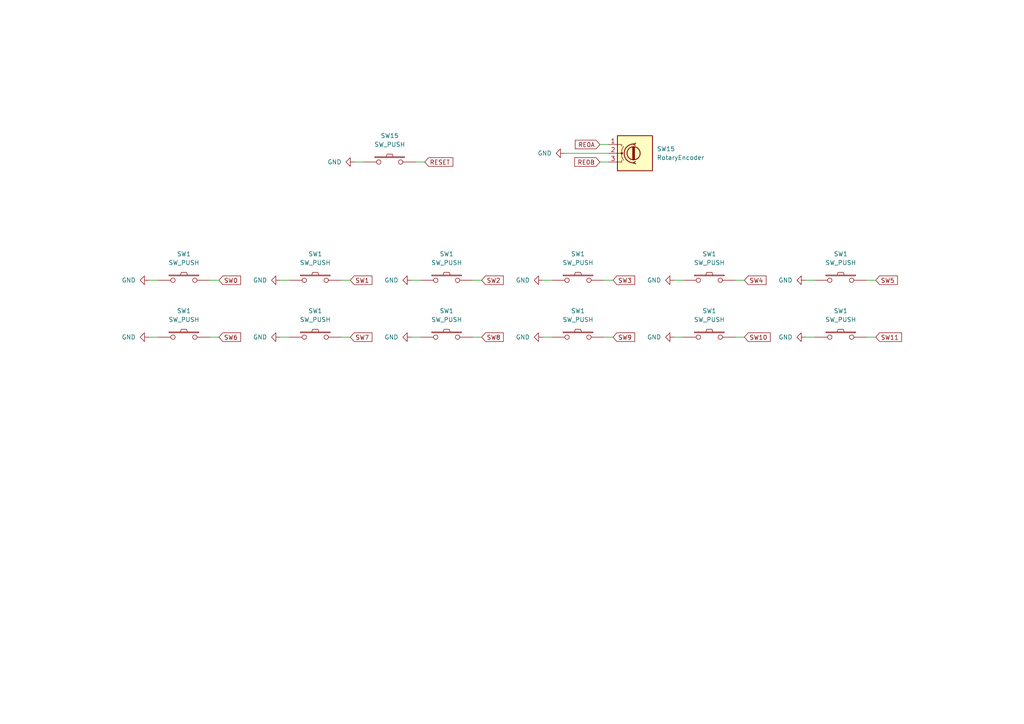
<source format=kicad_sch>
(kicad_sch (version 20230121) (generator eeschema)
  (paper "A4")
  (lib_symbols
    (symbol "Device:RotaryEncoder" (pin_names (offset 0.254) hide)
      (property "Reference" "SW15" (at 6.35 1.27 0))
      (property "Value" "RotaryEncoder" (at 6.35 -1.27 0))
      (symbol "RotaryEncoder_0_1"
        (rectangle (start -5.08 5.08) (end 5.08 -5.08) (stroke (width 0.254)) (fill (type background)))
        (circle (center -3.81 0) (radius 0.254) (fill (type outline)))
        (circle (center -0.381 0) (radius 1.905) (stroke (width 0.254)))
        (arc (start -0.381 2.667) (mid -3.0988 -0.0635) (end -0.381 -2.794) (stroke (width 0.254)))
        (polyline (pts (xy -0.635 -1.778) (xy -0.635 1.778)) (stroke (width 0.254)))
        (polyline (pts (xy -0.381 -1.778) (xy -0.381 1.778)) (stroke (width 0.254)))
        (polyline (pts (xy -0.127 1.778) (xy -0.127 -1.778)) (stroke (width 0.254)))
        (polyline (pts (xy -5.08 -2.54) (xy -3.81 -2.54) (xy -3.81 -2.032)))
        (polyline (pts (xy -5.08 2.54) (xy -3.81 2.54) (xy -3.81 2.032)))
        (polyline (pts (xy 0.254 -3.048) (xy -0.508 -2.794) (xy 0.127 -2.413)) (stroke (width 0.254)))
        (polyline (pts (xy 0.254 2.921) (xy -0.508 2.667) (xy 0.127 2.286)) (stroke (width 0.254)))
        (polyline (pts (xy -5.08 0) (xy -3.81 0) (xy -3.81 -1.016) (xy -3.302 -2.032)))
        (polyline (pts (xy -4.318 0) (xy -3.81 0) (xy -3.81 1.016) (xy -3.302 2.032)))
      )
      (symbol "RotaryEncoder_1_1"
        (pin passive line (at -7.62 2.54 0) (length 2.54) (name "A") (number "1"))
        (pin passive line (at -7.62 0 0) (length 2.54) (name "2") (number "2"))
        (pin passive line (at -7.62 -2.54 0) (length 2.54) (name "3") (number "3"))
      )
    )
    (symbol "kbd:SW_PUSH" (pin_numbers hide) (pin_names (offset 1.016) hide)
      (property "Reference" "SW" (at 3.81 2.794 0))
      (property "Value" "SW_PUSH" (at 0 -2.032 0))
      (symbol "SW_PUSH_0_1"
        (rectangle (start -4.318 1.27) (end 4.318 1.524))
        (polyline (pts (xy -1.016 1.524) (xy -0.762 2.286) (xy 0.762 2.286) (xy 1.016 1.524)))
        (pin passive inverted (at -7.62 0 0) (length 5.08) (name "1") (number "1"))
        (pin passive inverted (at 7.62 0 180) (length 5.08) (name "2") (number "2"))
      )
    )
    (symbol "power:GND" (power) (pin_names (offset 0))
      (property "Value" "GND" (at 0 -3.81 0))
      (symbol "GND_0_1"
        (polyline (pts (xy 0 0) (xy 0 -1.27) (xy 1.27 -1.27) (xy 0 -2.54) (xy -1.27 -1.27) (xy 0 -1.27)))
      )
      (symbol "GND_1_1"
        (pin power_in line (at 0 0 270) (length 0) hide (name "GND") (number "1"))
      )
    )
  )
  (wire (pts (xy 175.26 97.79) (xy 177.8 97.79)))
  (wire (pts (xy 173.99 46.99) (xy 176.53 46.99)))
  (wire (pts (xy 43.18 81.28) (xy 45.72 81.28)))
  (wire (pts (xy 137.16 81.28) (xy 139.7 81.28)))
  (wire (pts (xy 102.87 46.99) (xy 105.41 46.99)))
  (wire (pts (xy 233.68 97.79) (xy 236.22 97.79)))
  (wire (pts (xy 43.18 97.79) (xy 45.72 97.79)))
  (wire (pts (xy 99.06 81.28) (xy 101.6 81.28)))
  (wire (pts (xy 195.58 97.79) (xy 198.12 97.79)))
  (wire (pts (xy 60.96 81.28) (xy 63.5 81.28)))
  (wire (pts (xy 213.36 81.28) (xy 215.9 81.28)))
  (wire (pts (xy 251.46 97.79) (xy 254 97.79)))
  (wire (pts (xy 137.16 97.79) (xy 139.7 97.79)))
  (wire (pts (xy 195.58 81.28) (xy 198.12 81.28)))
  (wire (pts (xy 233.68 81.28) (xy 236.22 81.28)))
  (wire (pts (xy 81.28 97.79) (xy 83.82 97.79)))
  (wire (pts (xy 119.38 97.79) (xy 121.92 97.79)))
  (wire (pts (xy 60.96 97.79) (xy 63.5 97.79)))
  (wire (pts (xy 163.83 44.45) (xy 176.53 44.45)))
  (wire (pts (xy 175.26 81.28) (xy 177.8 81.28)))
  (wire (pts (xy 213.36 97.79) (xy 215.9 97.79)))
  (wire (pts (xy 81.28 81.28) (xy 83.82 81.28)))
  (wire (pts (xy 120.65 46.99) (xy 123.19 46.99)))
  (wire (pts (xy 251.46 81.28) (xy 254 81.28)))
  (wire (pts (xy 99.06 97.79) (xy 101.6 97.79)))
  (wire (pts (xy 173.99 41.91) (xy 176.53 41.91)))
  (wire (pts (xy 157.48 81.28) (xy 160.02 81.28)))
  (wire (pts (xy 119.38 81.28) (xy 121.92 81.28)))
  (wire (pts (xy 157.48 97.79) (xy 160.02 97.79)))
  (global_label "SW7" (shape input) (at 101.6 97.79 0) (property "Intersheetrefs" "${INTERSHEET_REFS}" (effects hide)))
  (global_label "RESET" (shape input) (at 123.19 46.99 0) (property "Intersheetrefs" "${INTERSHEET_REFS}" (effects hide)))
  (global_label "RE0B" (shape input) (at 173.99 46.99 180) (property "Intersheetrefs" "${INTERSHEET_REFS}" (effects hide)))
  (global_label "SW10" (shape input) (at 215.9 97.79 0) (property "Intersheetrefs" "${INTERSHEET_REFS}" (effects hide)))
  (global_label "RE0A" (shape input) (at 173.99 41.91 180) (property "Intersheetrefs" "${INTERSHEET_REFS}" (effects hide)))
  (global_label "SW0" (shape input) (at 63.5 81.28 0) (property "Intersheetrefs" "${INTERSHEET_REFS}" (effects hide)))
  (global_label "SW3" (shape input) (at 177.8 81.28 0) (property "Intersheetrefs" "${INTERSHEET_REFS}" (effects hide)))
  (global_label "SW5" (shape input) (at 254 81.28 0) (property "Intersheetrefs" "${INTERSHEET_REFS}" (effects hide)))
  (global_label "SW9" (shape input) (at 177.8 97.79 0) (property "Intersheetrefs" "${INTERSHEET_REFS}" (effects hide)))
  (global_label "SW4" (shape input) (at 215.9 81.28 0) (property "Intersheetrefs" "${INTERSHEET_REFS}" (effects hide)))
  (global_label "SW2" (shape input) (at 139.7 81.28 0) (property "Intersheetrefs" "${INTERSHEET_REFS}" (effects hide)))
  (global_label "SW11" (shape input) (at 254 97.79 0) (property "Intersheetrefs" "${INTERSHEET_REFS}" (effects hide)))
  (global_label "SW8" (shape input) (at 139.7 97.79 0) (property "Intersheetrefs" "${INTERSHEET_REFS}" (effects hide)))
  (global_label "SW6" (shape input) (at 63.5 97.79 0) (property "Intersheetrefs" "${INTERSHEET_REFS}" (effects hide)))
  (global_label "SW1" (shape input) (at 101.6 81.28 0) (property "Intersheetrefs" "${INTERSHEET_REFS}" (effects hide)))
  (symbol (lib_id "power:GND") (at 81.28 81.28 270) (unit 1)
    (property "Reference" "#PWR020" (effects hide))
    (property "Value" "GND" (at 77.47 81.28 90) (effects (justify right)))
    (instances (project "Chip_Sencor2" (path "" (reference "#PWR020") (unit 1)) (path "" (reference "#PWR02") (unit 1))))
  )
  (symbol (lib_id "power:GND") (at 157.48 97.79 270) (unit 1)
    (property "Reference" "#PWR020" (effects hide))
    (property "Value" "GND" (at 153.67 97.79 90) (effects (justify right)))
    (instances (project "Chip_Sencor2" (path "" (reference "#PWR020") (unit 1)) (path "" (reference "#PWR031") (unit 1))))
  )
  (symbol (lib_id "power:GND") (at 233.68 81.28 270) (unit 1)
    (property "Reference" "#PWR020" (effects hide))
    (property "Value" "GND" (at 229.87 81.28 90) (effects (justify right)))
    (instances (project "Chip_Sencor2" (path "" (reference "#PWR020") (unit 1)) (path "" (reference "#PWR027") (unit 1))))
  )
  (symbol (lib_id "power:GND") (at 102.87 46.99 270) (unit 1)
    (property "Reference" "#PWR020" (effects hide))
    (property "Value" "GND" (at 99.06 46.99 90) (effects (justify right)))
    (instances (project "Chip_Sencor2" (path "" (reference "#PWR020") (unit 1)) (path "" (reference "#PWR05") (unit 1))))
  )
  (symbol (lib_id "power:GND") (at 43.18 97.79 270) (unit 1)
    (property "Reference" "#PWR020" (effects hide))
    (property "Value" "GND" (at 39.37 97.79 90) (effects (justify right)))
    (instances (project "Chip_Sencor2" (path "" (reference "#PWR020") (unit 1)) (path "" (reference "#PWR028") (unit 1))))
  )
  (symbol (lib_id "power:GND") (at 119.38 97.79 270) (unit 1)
    (property "Reference" "#PWR020" (effects hide))
    (property "Value" "GND" (at 115.57 97.79 90) (effects (justify right)))
    (instances (project "Chip_Sencor2" (path "" (reference "#PWR020") (unit 1)) (path "" (reference "#PWR030") (unit 1))))
  )
  (symbol (lib_id "power:GND") (at 195.58 97.79 270) (unit 1)
    (property "Reference" "#PWR020" (effects hide))
    (property "Value" "GND" (at 191.77 97.79 90) (effects (justify right)))
    (instances (project "Chip_Sencor2" (path "" (reference "#PWR020") (unit 1)) (path "" (reference "#PWR032") (unit 1))))
  )
  (symbol (lib_id "kbd:SW_PUSH") (at 91.44 81.28 0) (unit 1)
    (property "Reference" "SW1" (at 91.44 73.66 0))
    (property "Value" "SW_PUSH" (at 91.44 76.2 0))
    (property "Footprint" "0:SW-TH_L6.2-W6.2-P5.00" (effects hide))
    (property "LCSC" "C400268" (effects hide))
  )
  (symbol (lib_id "kbd:SW_PUSH") (at 167.64 97.79 0) (unit 1)
    (property "Reference" "SW1" (at 167.64 90.17 0))
    (property "Value" "SW_PUSH" (at 167.64 92.71 0))
    (property "Footprint" "0:SW-TH_L6.2-W6.2-P5.00" (effects hide))
    (property "LCSC" "C400268" (effects hide))
    (instances (project "Chip_Sencor2" (path "" (reference "SW1") (unit 1)) (path "" (reference "SW9") (unit 1))))
  )
  (symbol (lib_id "power:GND") (at 233.68 97.79 270) (unit 1)
    (property "Reference" "#PWR020" (effects hide))
    (property "Value" "GND" (at 229.87 97.79 90) (effects (justify right)))
    (instances (project "Chip_Sencor2" (path "" (reference "#PWR020") (unit 1)) (path "" (reference "#PWR033") (unit 1))))
  )
  (symbol (lib_id "kbd:SW_PUSH") (at 129.54 81.28 0) (unit 1)
    (property "Reference" "SW1" (at 129.54 73.66 0))
    (property "Value" "SW_PUSH" (at 129.54 76.2 0))
    (property "Footprint" "0:SW-TH_L6.2-W6.2-P5.00" (effects hide))
    (property "LCSC" "C400268" (effects hide))
    (instances (project "Chip_Sencor2" (path "" (reference "SW1") (unit 1)) (path "" (reference "SW2") (unit 1))))
  )
  (symbol (lib_id "power:GND") (at 157.48 81.28 270) (unit 1)
    (property "Reference" "#PWR020" (effects hide))
    (property "Value" "GND" (at 153.67 81.28 90) (effects (justify right)))
    (instances (project "Chip_Sencor2" (path "" (reference "#PWR020") (unit 1)) (path "" (reference "#PWR06") (unit 1))))
  )
  (symbol (lib_id "Device:RotaryEncoder") (at 184.15 44.45 0) (unit 1)
    (property "Reference" "SW15" (at 190.5 43.18 0) (effects (justify left)))
    (property "Value" "RotaryEncoder" (at 190.5 45.72 0) (effects (justify left)))
    (property "Footprint" "0:SW-TH_CEN971112R02" (effects hide))
  )
  (symbol (lib_id "power:GND") (at 195.58 81.28 270) (unit 1)
    (property "Reference" "#PWR020" (effects hide))
    (property "Value" "GND" (at 191.77 81.28 90) (effects (justify right)))
    (instances (project "Chip_Sencor2" (path "" (reference "#PWR020") (unit 1)) (path "" (reference "#PWR07") (unit 1))))
  )
  (symbol (lib_id "power:GND") (at 43.18 81.28 270) (unit 1)
    (property "Reference" "#PWR020" (effects hide))
    (property "Value" "GND" (at 39.37 81.28 90) (effects (justify right)))
    (instances (project "Chip_Sencor2" (path "" (reference "#PWR020") (unit 1)) (path "" (reference "#PWR01") (unit 1))))
  )
  (symbol (lib_id "power:GND") (at 119.38 81.28 270) (unit 1)
    (property "Reference" "#PWR020" (effects hide))
    (property "Value" "GND" (at 115.57 81.28 90) (effects (justify right)))
    (instances (project "Chip_Sencor2" (path "" (reference "#PWR020") (unit 1)) (path "" (reference "#PWR03") (unit 1))))
  )
  (symbol (lib_id "kbd:SW_PUSH") (at 113.03 46.99 0) (unit 1)
    (property "Reference" "SW15" (at 113.03 39.37 0))
    (property "Value" "SW_PUSH" (at 113.03 41.91 0))
    (property "Footprint" "0:Reset SW" (effects hide))
    (property "LCSC" "C329185" (effects hide))
    (instances (project "Chip_Sencor2" (path "" (reference "SW15") (unit 1)) (path "" (reference "RESET1") (unit 1))))
  )
  (symbol (lib_id "kbd:SW_PUSH") (at 243.84 97.79 0) (unit 1)
    (property "Reference" "SW1" (at 243.84 90.17 0))
    (property "Value" "SW_PUSH" (at 243.84 92.71 0))
    (property "Footprint" "0:SW-TH_L6.2-W6.2-P5.00" (effects hide))
    (property "LCSC" "C400268" (effects hide))
    (instances (project "Chip_Sencor2" (path "" (reference "SW1") (unit 1)) (path "" (reference "SW11") (unit 1))))
  )
  (symbol (lib_id "kbd:SW_PUSH") (at 205.74 97.79 0) (unit 1)
    (property "Reference" "SW1" (at 205.74 90.17 0))
    (property "Value" "SW_PUSH" (at 205.74 92.71 0))
    (property "Footprint" "0:SW-TH_L6.2-W6.2-P5.00" (effects hide))
    (property "LCSC" "C400268" (effects hide))
    (instances (project "Chip_Sencor2" (path "" (reference "SW1") (unit 1)) (path "" (reference "SW10") (unit 1))))
  )
  (symbol (lib_id "power:GND") (at 81.28 97.79 270) (unit 1)
    (property "Reference" "#PWR020" (effects hide))
    (property "Value" "GND" (at 77.47 97.79 90) (effects (justify right)))
    (instances (project "Chip_Sencor2" (path "" (reference "#PWR020") (unit 1)) (path "" (reference "#PWR029") (unit 1))))
  )
  (symbol (lib_id "kbd:SW_PUSH") (at 53.34 81.28 0) (unit 1)
    (property "Reference" "SW1" (at 53.34 73.66 0))
    (property "Value" "SW_PUSH" (at 53.34 76.2 0))
    (property "Footprint" "0:SW-TH_L6.2-W6.2-P5.00" (effects hide))
    (property "LCSC" "C400268" (effects hide))
    (instances (project "Chip_Sencor2" (path "" (reference "SW1") (unit 1)) (path "" (reference "SW0") (unit 1))))
  )
  (symbol (lib_id "kbd:SW_PUSH") (at 129.54 97.79 0) (unit 1)
    (property "Reference" "SW1" (at 129.54 90.17 0))
    (property "Value" "SW_PUSH" (at 129.54 92.71 0))
    (property "Footprint" "0:SW-TH_L6.2-W6.2-P5.00" (effects hide))
    (property "LCSC" "C400268" (effects hide))
    (instances (project "Chip_Sencor2" (path "" (reference "SW1") (unit 1)) (path "" (reference "SW8") (unit 1))))
  )
  (symbol (lib_id "kbd:SW_PUSH") (at 91.44 97.79 0) (unit 1)
    (property "Reference" "SW1" (at 91.44 90.17 0))
    (property "Value" "SW_PUSH" (at 91.44 92.71 0))
    (property "Footprint" "0:SW-TH_L6.2-W6.2-P5.00" (effects hide))
    (property "LCSC" "C400268" (effects hide))
    (instances (project "Chip_Sencor2" (path "" (reference "SW1") (unit 1)) (path "" (reference "SW7") (unit 1))))
  )
  (symbol (lib_id "power:GND") (at 163.83 44.45 270) (unit 1)
    (property "Reference" "#PWR020" (effects hide))
    (property "Value" "GND" (at 160.02 44.45 90) (effects (justify right)))
    (instances (project "Chip_Sencor2" (path "" (reference "#PWR020") (unit 1)) (path "" (reference "#PWR04") (unit 1))))
  )
  (symbol (lib_id "kbd:SW_PUSH") (at 205.74 81.28 0) (unit 1)
    (property "Reference" "SW1" (at 205.74 73.66 0))
    (property "Value" "SW_PUSH" (at 205.74 76.2 0))
    (property "Footprint" "0:SW-TH_L6.2-W6.2-P5.00" (effects hide))
    (property "LCSC" "C400268" (effects hide))
    (instances (project "Chip_Sencor2" (path "" (reference "SW1") (unit 1)) (path "" (reference "SW4") (unit 1))))
  )
  (symbol (lib_id "kbd:SW_PUSH") (at 243.84 81.28 0) (unit 1)
    (property "Reference" "SW1" (at 243.84 73.66 0))
    (property "Value" "SW_PUSH" (at 243.84 76.2 0))
    (property "Footprint" "0:SW-TH_L6.2-W6.2-P5.00" (effects hide))
    (property "LCSC" "C400268" (effects hide))
    (instances (project "Chip_Sencor2" (path "" (reference "SW1") (unit 1)) (path "" (reference "SW5") (unit 1))))
  )
  (symbol (lib_id "kbd:SW_PUSH") (at 167.64 81.28 0) (unit 1)
    (property "Reference" "SW1" (at 167.64 73.66 0))
    (property "Value" "SW_PUSH" (at 167.64 76.2 0))
    (property "Footprint" "0:SW-TH_L6.2-W6.2-P5.00" (effects hide))
    (property "LCSC" "C400268" (effects hide))
    (instances (project "Chip_Sencor2" (path "" (reference "SW1") (unit 1)) (path "" (reference "SW3") (unit 1))))
  )
  (symbol (lib_id "kbd:SW_PUSH") (at 53.34 97.79 0) (unit 1)
    (property "Reference" "SW1" (at 53.34 90.17 0))
    (property "Value" "SW_PUSH" (at 53.34 92.71 0))
    (property "Footprint" "0:SW-TH_L6.2-W6.2-P5.00" (effects hide))
    (property "LCSC" "C400268" (effects hide))
    (instances (project "Chip_Sencor2" (path "" (reference "SW1") (unit 1)) (path "" (reference "SW6") (unit 1))))
  )
)
</source>
